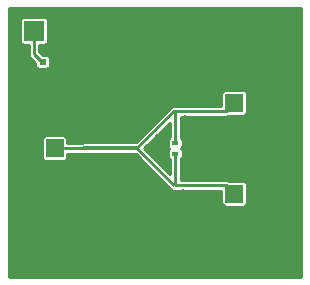
<source format=gtl>
G04 #@! TF.GenerationSoftware,KiCad,Pcbnew,(5.0.1)-4*
G04 #@! TF.CreationDate,2019-05-31T15:51:02-07:00*
G04 #@! TF.ProjectId,Fanout_circuit,46616E6F75745F636972637569742E6B,rev?*
G04 #@! TF.SameCoordinates,Original*
G04 #@! TF.FileFunction,Copper,L1,Top,Signal*
G04 #@! TF.FilePolarity,Positive*
%FSLAX46Y46*%
G04 Gerber Fmt 4.6, Leading zero omitted, Abs format (unit mm)*
G04 Created by KiCad (PCBNEW (5.0.1)-4) date 5/31/2019 3:51:02 PM*
%MOMM*%
%LPD*%
G01*
G04 APERTURE LIST*
G04 #@! TA.AperFunction,SMDPad,CuDef*
%ADD10R,0.200000X0.345000*%
G04 #@! TD*
G04 #@! TA.AperFunction,SMDPad,CuDef*
%ADD11R,0.200000X0.290000*%
G04 #@! TD*
G04 #@! TA.AperFunction,SMDPad,CuDef*
%ADD12C,0.150000*%
G04 #@! TD*
G04 #@! TA.AperFunction,Conductor*
%ADD13C,0.200000*%
G04 #@! TD*
G04 #@! TA.AperFunction,SMDPad,CuDef*
%ADD14R,1.500000X1.500000*%
G04 #@! TD*
G04 #@! TA.AperFunction,SMDPad,CuDef*
%ADD15R,1.900000X1.900000*%
G04 #@! TD*
G04 #@! TA.AperFunction,ComponentPad*
%ADD16O,1.700000X1.700000*%
G04 #@! TD*
G04 #@! TA.AperFunction,ComponentPad*
%ADD17R,1.700000X1.700000*%
G04 #@! TD*
G04 #@! TA.AperFunction,SMDPad,CuDef*
%ADD18R,0.600000X0.400000*%
G04 #@! TD*
G04 #@! TA.AperFunction,SMDPad,CuDef*
%ADD19R,0.600000X0.500000*%
G04 #@! TD*
G04 #@! TA.AperFunction,ViaPad*
%ADD20C,0.800000*%
G04 #@! TD*
G04 #@! TA.AperFunction,Conductor*
%ADD21C,0.267000*%
G04 #@! TD*
G04 #@! TA.AperFunction,Conductor*
%ADD22C,0.250000*%
G04 #@! TD*
G04 #@! TA.AperFunction,Conductor*
%ADD23C,0.254000*%
G04 #@! TD*
G04 APERTURE END LIST*
D10*
G04 #@! TO.P,J1,1*
G04 #@! TO.N,/LO*
X121510000Y-84000000D03*
D11*
X129210000Y-87138000D03*
X129210000Y-80862000D03*
D12*
X126000000Y-84000000D03*
D13*
G04 #@! TD*
G04 #@! TO.N,/LO*
G04 #@! TO.C,J1*
G36*
X129111000Y-81006500D02*
X126117500Y-84000000D01*
X129111000Y-86993500D01*
X129111000Y-87283500D01*
X126000000Y-84172500D01*
X121600000Y-84172500D01*
X121600000Y-83827500D01*
X126000000Y-83827500D01*
X129111000Y-80716500D01*
X129111000Y-81006500D01*
X129111000Y-81006500D01*
G37*
D14*
G04 #@! TO.P,CON3,1*
G04 #@! TO.N,/LO*
X134200000Y-80150000D03*
D15*
G04 #@! TO.P,CON3,2*
G04 #@! TO.N,GND*
X131825000Y-77775000D03*
X131825000Y-82525000D03*
X136575000Y-82525000D03*
X136575000Y-77775000D03*
G04 #@! TD*
D16*
G04 #@! TO.P,J3,2*
G04 #@! TO.N,GND*
X119790000Y-74050000D03*
D17*
G04 #@! TO.P,J3,1*
G04 #@! TO.N,+5V*
X117250000Y-74050000D03*
G04 #@! TD*
D15*
G04 #@! TO.P,CON2,2*
G04 #@! TO.N,GND*
X136575000Y-85475000D03*
X136575000Y-90225000D03*
X131825000Y-90225000D03*
X131825000Y-85475000D03*
D14*
G04 #@! TO.P,CON2,1*
G04 #@! TO.N,/LO*
X134200000Y-87850000D03*
G04 #@! TD*
D15*
G04 #@! TO.P,CON1,2*
G04 #@! TO.N,GND*
X121375000Y-81625000D03*
X121375000Y-86375000D03*
X116625000Y-86375000D03*
X116625000Y-81625000D03*
D14*
G04 #@! TO.P,CON1,1*
G04 #@! TO.N,/LO*
X119000000Y-84000000D03*
G04 #@! TD*
D18*
G04 #@! TO.P,R1,2*
G04 #@! TO.N,/LO*
X129200000Y-83550000D03*
G04 #@! TO.P,R1,1*
X129200000Y-84450000D03*
G04 #@! TD*
D19*
G04 #@! TO.P,C1,2*
G04 #@! TO.N,GND*
X118975000Y-76675000D03*
G04 #@! TO.P,C1,1*
G04 #@! TO.N,+5V*
X117975000Y-76675000D03*
G04 #@! TD*
D20*
G04 #@! TO.N,GND*
X118975000Y-81725000D03*
X116575000Y-84125000D03*
X119025000Y-86325000D03*
X116600000Y-88500000D03*
X119175000Y-88525000D03*
X121425000Y-88450000D03*
X124500000Y-88500000D03*
X127750000Y-90725000D03*
X124575000Y-90675000D03*
X121475000Y-90850000D03*
X118850000Y-90650000D03*
X116575000Y-90675000D03*
X116550000Y-93350000D03*
X119025000Y-93325000D03*
X122025000Y-93325000D03*
X125250000Y-93325000D03*
X128175000Y-93250000D03*
X131350000Y-93325000D03*
X134875000Y-93325000D03*
X116575000Y-79375000D03*
X118975000Y-79425000D03*
X121625000Y-79475000D03*
X121600000Y-77300000D03*
X124850000Y-77300000D03*
X124925000Y-80300000D03*
X122650000Y-73250000D03*
X123250000Y-81650000D03*
X123075000Y-83175000D03*
X124300000Y-83200000D03*
X125375000Y-83200000D03*
X126325000Y-82550000D03*
X127100000Y-81800000D03*
X127825000Y-81050000D03*
X128600000Y-80200000D03*
X129700000Y-80100000D03*
X130925000Y-80075000D03*
X132250000Y-80050000D03*
X128175000Y-77375000D03*
X134125000Y-77700000D03*
X136550000Y-75750000D03*
X134075000Y-75725000D03*
X131850000Y-75750000D03*
X134150000Y-82500000D03*
X138600000Y-82525000D03*
X138625000Y-77825000D03*
X136575000Y-80100000D03*
X138525000Y-85450000D03*
X138525000Y-87950000D03*
X138525000Y-90325000D03*
X136550000Y-87750000D03*
X134325000Y-85525000D03*
X138600000Y-80025000D03*
X138525000Y-75750000D03*
X138600000Y-73500000D03*
X135300000Y-73500000D03*
X132575000Y-73450000D03*
X123325000Y-86350000D03*
X123100000Y-84850000D03*
X124200000Y-84850000D03*
X125275000Y-84875000D03*
X126225000Y-85400000D03*
X127050000Y-86225000D03*
X127875000Y-87050000D03*
X128725000Y-87875000D03*
X129900000Y-87900000D03*
X131075000Y-87925000D03*
X132225000Y-87925000D03*
X127050000Y-84000000D03*
X127875000Y-83100000D03*
X127833015Y-84866985D03*
X130075000Y-81600000D03*
X130250000Y-84025000D03*
X130000000Y-86325000D03*
X136575000Y-92150000D03*
X138425000Y-92225000D03*
X134100000Y-90200000D03*
G04 #@! TD*
D21*
G04 #@! TO.N,GND*
X121375000Y-81625000D02*
X119075000Y-81625000D01*
X119075000Y-81625000D02*
X118975000Y-81725000D01*
X118875000Y-81625000D02*
X118975000Y-81725000D01*
X116625000Y-81625000D02*
X118875000Y-81625000D01*
X116625000Y-86375000D02*
X116625000Y-84175000D01*
X116625000Y-84175000D02*
X116575000Y-84125000D01*
X116625000Y-84075000D02*
X116575000Y-84125000D01*
X116625000Y-81625000D02*
X116625000Y-84075000D01*
X116625000Y-86375000D02*
X118975000Y-86375000D01*
X118975000Y-86375000D02*
X119025000Y-86325000D01*
X119075000Y-86375000D02*
X119025000Y-86325000D01*
X121375000Y-86375000D02*
X119075000Y-86375000D01*
X116625000Y-86375000D02*
X116625000Y-88475000D01*
X116625000Y-88475000D02*
X116600000Y-88500000D01*
X119175000Y-88525000D02*
X121350000Y-88525000D01*
X121350000Y-88525000D02*
X121425000Y-88450000D01*
X127750000Y-90725000D02*
X124625000Y-90725000D01*
X124625000Y-90725000D02*
X124575000Y-90675000D01*
X121475000Y-90850000D02*
X119050000Y-90850000D01*
X119050000Y-90850000D02*
X118850000Y-90650000D01*
X116575000Y-90675000D02*
X116575000Y-93325000D01*
X116575000Y-93325000D02*
X116550000Y-93350000D01*
X119025000Y-93325000D02*
X122025000Y-93325000D01*
X125250000Y-93325000D02*
X128100000Y-93325000D01*
X128100000Y-93325000D02*
X128175000Y-93250000D01*
X131350000Y-93325000D02*
X134875000Y-93325000D01*
X116625000Y-81625000D02*
X116625000Y-79425000D01*
X116625000Y-79425000D02*
X116575000Y-79375000D01*
X118975000Y-79425000D02*
X121575000Y-79425000D01*
X121575000Y-79425000D02*
X121625000Y-79475000D01*
X121600000Y-77300000D02*
X124850000Y-77300000D01*
X119865000Y-74125000D02*
X119790000Y-74050000D01*
X119790000Y-74050000D02*
X121850000Y-74050000D01*
X121850000Y-74050000D02*
X122650000Y-73250000D01*
X119790000Y-75252081D02*
X119790000Y-74050000D01*
X119790000Y-76427000D02*
X119790000Y-75252081D01*
X119542000Y-76675000D02*
X119790000Y-76427000D01*
X118975000Y-76675000D02*
X119542000Y-76675000D01*
D22*
X121375000Y-81625000D02*
X123225000Y-81625000D01*
X123225000Y-81625000D02*
X123250000Y-81650000D01*
X123075000Y-83175000D02*
X124275000Y-83175000D01*
X124275000Y-83175000D02*
X124300000Y-83200000D01*
X125375000Y-83200000D02*
X125675000Y-83200000D01*
X125675000Y-83200000D02*
X126325000Y-82550000D01*
X127100000Y-81800000D02*
X127100000Y-81775000D01*
X127100000Y-81775000D02*
X127825000Y-81050000D01*
X128600000Y-80200000D02*
X129600000Y-80200000D01*
X129600000Y-80200000D02*
X129700000Y-80100000D01*
X130925000Y-80075000D02*
X132225000Y-80075000D01*
X132225000Y-80075000D02*
X132250000Y-80050000D01*
X131825000Y-79625000D02*
X132250000Y-80050000D01*
X131825000Y-77775000D02*
X131825000Y-79625000D01*
X124850000Y-77300000D02*
X128100000Y-77300000D01*
X128100000Y-77300000D02*
X128175000Y-77375000D01*
X131825000Y-77775000D02*
X134050000Y-77775000D01*
X134050000Y-77775000D02*
X134125000Y-77700000D01*
X136575000Y-77775000D02*
X136575000Y-75775000D01*
X136575000Y-75775000D02*
X136550000Y-75750000D01*
X134075000Y-75725000D02*
X131875000Y-75725000D01*
X131875000Y-75725000D02*
X131850000Y-75750000D01*
X131825000Y-75775000D02*
X131850000Y-75750000D01*
X131825000Y-77775000D02*
X131825000Y-75775000D01*
X131825000Y-82525000D02*
X134125000Y-82525000D01*
X134125000Y-82525000D02*
X134150000Y-82500000D01*
X136575000Y-82525000D02*
X138600000Y-82525000D01*
X136575000Y-82525000D02*
X136575000Y-80100000D01*
X136575000Y-85475000D02*
X138500000Y-85475000D01*
X138500000Y-85475000D02*
X138525000Y-85450000D01*
X138525000Y-87950000D02*
X138525000Y-90325000D01*
X136575000Y-85475000D02*
X136575000Y-87725000D01*
X136575000Y-87725000D02*
X136550000Y-87750000D01*
X136575000Y-85475000D02*
X134375000Y-85475000D01*
X134375000Y-85475000D02*
X134325000Y-85525000D01*
X138525000Y-75750000D02*
X138525000Y-73575000D01*
X138525000Y-73575000D02*
X138600000Y-73500000D01*
X135300000Y-73500000D02*
X132625000Y-73500000D01*
X132625000Y-73500000D02*
X132575000Y-73450000D01*
X121375000Y-86375000D02*
X123300000Y-86375000D01*
X123300000Y-86375000D02*
X123325000Y-86350000D01*
X123100000Y-84850000D02*
X124200000Y-84850000D01*
X125275000Y-84875000D02*
X125700000Y-84875000D01*
X125700000Y-84875000D02*
X126225000Y-85400000D01*
X127050000Y-86225000D02*
X127875000Y-87050000D01*
X128725000Y-87875000D02*
X129875000Y-87875000D01*
X129875000Y-87875000D02*
X129900000Y-87900000D01*
X131075000Y-87925000D02*
X132225000Y-87925000D01*
X127050000Y-84000000D02*
X127050000Y-83925000D01*
X127050000Y-83925000D02*
X127875000Y-83100000D01*
X131825000Y-82525000D02*
X131000000Y-82525000D01*
X131000000Y-82525000D02*
X130075000Y-81600000D01*
X130250000Y-84025000D02*
X130250000Y-86075000D01*
X130250000Y-86075000D02*
X130000000Y-86325000D01*
X136575000Y-90225000D02*
X136575000Y-92150000D01*
X131825000Y-90225000D02*
X134075000Y-90225000D01*
X134075000Y-90225000D02*
X134100000Y-90200000D01*
D21*
G04 #@! TO.N,/LO*
X119000000Y-84000000D02*
X121510000Y-84000000D01*
X126000000Y-84000000D02*
X121510000Y-84000000D01*
X129200000Y-80872000D02*
X129210000Y-80862000D01*
X129200000Y-83550000D02*
X129200000Y-80872000D01*
X129200000Y-87128000D02*
X129210000Y-87138000D01*
X129200000Y-84450000D02*
X129200000Y-87128000D01*
X133488000Y-80862000D02*
X134200000Y-80150000D01*
X129210000Y-80862000D02*
X133488000Y-80862000D01*
X133488000Y-87138000D02*
X134200000Y-87850000D01*
X129210000Y-87138000D02*
X133488000Y-87138000D01*
G04 #@! TO.N,+5V*
X117250000Y-75167000D02*
X117250000Y-74050000D01*
X117250000Y-76000000D02*
X117250000Y-75167000D01*
X117925000Y-76675000D02*
X117250000Y-76000000D01*
X117975000Y-76675000D02*
X117925000Y-76675000D01*
G04 #@! TD*
D23*
G04 #@! TO.N,GND*
G36*
X139873000Y-94873000D02*
X115127000Y-94873000D01*
X115127000Y-83250000D01*
X117916594Y-83250000D01*
X117916594Y-84750000D01*
X117941973Y-84877589D01*
X118014246Y-84985754D01*
X118122411Y-85058027D01*
X118250000Y-85083406D01*
X119750000Y-85083406D01*
X119877589Y-85058027D01*
X119985754Y-84985754D01*
X120058027Y-84877589D01*
X120083406Y-84750000D01*
X120083406Y-84460500D01*
X121252438Y-84460500D01*
X121282411Y-84480527D01*
X121410000Y-84505906D01*
X125861898Y-84505906D01*
X128873239Y-87517247D01*
X128874246Y-87518754D01*
X128982411Y-87591027D01*
X128982769Y-87591098D01*
X128983411Y-87591527D01*
X129111000Y-87616906D01*
X129113514Y-87616406D01*
X129310000Y-87616406D01*
X129400020Y-87598500D01*
X133116594Y-87598500D01*
X133116594Y-88600000D01*
X133141973Y-88727589D01*
X133214246Y-88835754D01*
X133322411Y-88908027D01*
X133450000Y-88933406D01*
X134950000Y-88933406D01*
X135077589Y-88908027D01*
X135185754Y-88835754D01*
X135258027Y-88727589D01*
X135283406Y-88600000D01*
X135283406Y-87100000D01*
X135258027Y-86972411D01*
X135185754Y-86864246D01*
X135077589Y-86791973D01*
X134950000Y-86766594D01*
X133761028Y-86766594D01*
X133667678Y-86704219D01*
X133533352Y-86677500D01*
X133533348Y-86677500D01*
X133488000Y-86668480D01*
X133442652Y-86677500D01*
X129660500Y-86677500D01*
X129660500Y-84936037D01*
X129735754Y-84885754D01*
X129808027Y-84777589D01*
X129833406Y-84650000D01*
X129833406Y-84250000D01*
X129808027Y-84122411D01*
X129735754Y-84014246D01*
X129714433Y-84000000D01*
X129735754Y-83985754D01*
X129808027Y-83877589D01*
X129833406Y-83750000D01*
X129833406Y-83350000D01*
X129808027Y-83222411D01*
X129735754Y-83114246D01*
X129660500Y-83063963D01*
X129660500Y-81322500D01*
X133442652Y-81322500D01*
X133488000Y-81331520D01*
X133533348Y-81322500D01*
X133533352Y-81322500D01*
X133667678Y-81295781D01*
X133761028Y-81233406D01*
X134950000Y-81233406D01*
X135077589Y-81208027D01*
X135185754Y-81135754D01*
X135258027Y-81027589D01*
X135283406Y-80900000D01*
X135283406Y-79400000D01*
X135258027Y-79272411D01*
X135185754Y-79164246D01*
X135077589Y-79091973D01*
X134950000Y-79066594D01*
X133450000Y-79066594D01*
X133322411Y-79091973D01*
X133214246Y-79164246D01*
X133141973Y-79272411D01*
X133116594Y-79400000D01*
X133116594Y-80401500D01*
X129400020Y-80401500D01*
X129310000Y-80383594D01*
X129113514Y-80383594D01*
X129111000Y-80383094D01*
X128983411Y-80408473D01*
X128982769Y-80408902D01*
X128982411Y-80408973D01*
X128874246Y-80481246D01*
X128873239Y-80482753D01*
X125861898Y-83494094D01*
X121410000Y-83494094D01*
X121282411Y-83519473D01*
X121252438Y-83539500D01*
X120083406Y-83539500D01*
X120083406Y-83250000D01*
X120058027Y-83122411D01*
X119985754Y-83014246D01*
X119877589Y-82941973D01*
X119750000Y-82916594D01*
X118250000Y-82916594D01*
X118122411Y-82941973D01*
X118014246Y-83014246D01*
X117941973Y-83122411D01*
X117916594Y-83250000D01*
X115127000Y-83250000D01*
X115127000Y-73200000D01*
X116066594Y-73200000D01*
X116066594Y-74900000D01*
X116091973Y-75027589D01*
X116164246Y-75135754D01*
X116272411Y-75208027D01*
X116400000Y-75233406D01*
X116789501Y-75233406D01*
X116789500Y-75954652D01*
X116780480Y-76000000D01*
X116789500Y-76045348D01*
X116789500Y-76045351D01*
X116816219Y-76179677D01*
X116917999Y-76332001D01*
X116956448Y-76357692D01*
X117341594Y-76742839D01*
X117341594Y-76925000D01*
X117366973Y-77052589D01*
X117439246Y-77160754D01*
X117547411Y-77233027D01*
X117675000Y-77258406D01*
X118275000Y-77258406D01*
X118402589Y-77233027D01*
X118510754Y-77160754D01*
X118583027Y-77052589D01*
X118608406Y-76925000D01*
X118608406Y-76425000D01*
X118583027Y-76297411D01*
X118510754Y-76189246D01*
X118402589Y-76116973D01*
X118275000Y-76091594D01*
X117992839Y-76091594D01*
X117710500Y-75809256D01*
X117710500Y-75233406D01*
X118100000Y-75233406D01*
X118227589Y-75208027D01*
X118335754Y-75135754D01*
X118408027Y-75027589D01*
X118433406Y-74900000D01*
X118433406Y-73200000D01*
X118408027Y-73072411D01*
X118335754Y-72964246D01*
X118227589Y-72891973D01*
X118100000Y-72866594D01*
X116400000Y-72866594D01*
X116272411Y-72891973D01*
X116164246Y-72964246D01*
X116091973Y-73072411D01*
X116066594Y-73200000D01*
X115127000Y-73200000D01*
X115127000Y-72127000D01*
X139873000Y-72127000D01*
X139873000Y-94873000D01*
X139873000Y-94873000D01*
G37*
X139873000Y-94873000D02*
X115127000Y-94873000D01*
X115127000Y-83250000D01*
X117916594Y-83250000D01*
X117916594Y-84750000D01*
X117941973Y-84877589D01*
X118014246Y-84985754D01*
X118122411Y-85058027D01*
X118250000Y-85083406D01*
X119750000Y-85083406D01*
X119877589Y-85058027D01*
X119985754Y-84985754D01*
X120058027Y-84877589D01*
X120083406Y-84750000D01*
X120083406Y-84460500D01*
X121252438Y-84460500D01*
X121282411Y-84480527D01*
X121410000Y-84505906D01*
X125861898Y-84505906D01*
X128873239Y-87517247D01*
X128874246Y-87518754D01*
X128982411Y-87591027D01*
X128982769Y-87591098D01*
X128983411Y-87591527D01*
X129111000Y-87616906D01*
X129113514Y-87616406D01*
X129310000Y-87616406D01*
X129400020Y-87598500D01*
X133116594Y-87598500D01*
X133116594Y-88600000D01*
X133141973Y-88727589D01*
X133214246Y-88835754D01*
X133322411Y-88908027D01*
X133450000Y-88933406D01*
X134950000Y-88933406D01*
X135077589Y-88908027D01*
X135185754Y-88835754D01*
X135258027Y-88727589D01*
X135283406Y-88600000D01*
X135283406Y-87100000D01*
X135258027Y-86972411D01*
X135185754Y-86864246D01*
X135077589Y-86791973D01*
X134950000Y-86766594D01*
X133761028Y-86766594D01*
X133667678Y-86704219D01*
X133533352Y-86677500D01*
X133533348Y-86677500D01*
X133488000Y-86668480D01*
X133442652Y-86677500D01*
X129660500Y-86677500D01*
X129660500Y-84936037D01*
X129735754Y-84885754D01*
X129808027Y-84777589D01*
X129833406Y-84650000D01*
X129833406Y-84250000D01*
X129808027Y-84122411D01*
X129735754Y-84014246D01*
X129714433Y-84000000D01*
X129735754Y-83985754D01*
X129808027Y-83877589D01*
X129833406Y-83750000D01*
X129833406Y-83350000D01*
X129808027Y-83222411D01*
X129735754Y-83114246D01*
X129660500Y-83063963D01*
X129660500Y-81322500D01*
X133442652Y-81322500D01*
X133488000Y-81331520D01*
X133533348Y-81322500D01*
X133533352Y-81322500D01*
X133667678Y-81295781D01*
X133761028Y-81233406D01*
X134950000Y-81233406D01*
X135077589Y-81208027D01*
X135185754Y-81135754D01*
X135258027Y-81027589D01*
X135283406Y-80900000D01*
X135283406Y-79400000D01*
X135258027Y-79272411D01*
X135185754Y-79164246D01*
X135077589Y-79091973D01*
X134950000Y-79066594D01*
X133450000Y-79066594D01*
X133322411Y-79091973D01*
X133214246Y-79164246D01*
X133141973Y-79272411D01*
X133116594Y-79400000D01*
X133116594Y-80401500D01*
X129400020Y-80401500D01*
X129310000Y-80383594D01*
X129113514Y-80383594D01*
X129111000Y-80383094D01*
X128983411Y-80408473D01*
X128982769Y-80408902D01*
X128982411Y-80408973D01*
X128874246Y-80481246D01*
X128873239Y-80482753D01*
X125861898Y-83494094D01*
X121410000Y-83494094D01*
X121282411Y-83519473D01*
X121252438Y-83539500D01*
X120083406Y-83539500D01*
X120083406Y-83250000D01*
X120058027Y-83122411D01*
X119985754Y-83014246D01*
X119877589Y-82941973D01*
X119750000Y-82916594D01*
X118250000Y-82916594D01*
X118122411Y-82941973D01*
X118014246Y-83014246D01*
X117941973Y-83122411D01*
X117916594Y-83250000D01*
X115127000Y-83250000D01*
X115127000Y-73200000D01*
X116066594Y-73200000D01*
X116066594Y-74900000D01*
X116091973Y-75027589D01*
X116164246Y-75135754D01*
X116272411Y-75208027D01*
X116400000Y-75233406D01*
X116789501Y-75233406D01*
X116789500Y-75954652D01*
X116780480Y-76000000D01*
X116789500Y-76045348D01*
X116789500Y-76045351D01*
X116816219Y-76179677D01*
X116917999Y-76332001D01*
X116956448Y-76357692D01*
X117341594Y-76742839D01*
X117341594Y-76925000D01*
X117366973Y-77052589D01*
X117439246Y-77160754D01*
X117547411Y-77233027D01*
X117675000Y-77258406D01*
X118275000Y-77258406D01*
X118402589Y-77233027D01*
X118510754Y-77160754D01*
X118583027Y-77052589D01*
X118608406Y-76925000D01*
X118608406Y-76425000D01*
X118583027Y-76297411D01*
X118510754Y-76189246D01*
X118402589Y-76116973D01*
X118275000Y-76091594D01*
X117992839Y-76091594D01*
X117710500Y-75809256D01*
X117710500Y-75233406D01*
X118100000Y-75233406D01*
X118227589Y-75208027D01*
X118335754Y-75135754D01*
X118408027Y-75027589D01*
X118433406Y-74900000D01*
X118433406Y-73200000D01*
X118408027Y-73072411D01*
X118335754Y-72964246D01*
X118227589Y-72891973D01*
X118100000Y-72866594D01*
X116400000Y-72866594D01*
X116272411Y-72891973D01*
X116164246Y-72964246D01*
X116091973Y-73072411D01*
X116066594Y-73200000D01*
X115127000Y-73200000D01*
X115127000Y-72127000D01*
X139873000Y-72127000D01*
X139873000Y-94873000D01*
G36*
X128739500Y-83063963D02*
X128664246Y-83114246D01*
X128591973Y-83222411D01*
X128566594Y-83350000D01*
X128566594Y-83750000D01*
X128591973Y-83877589D01*
X128664246Y-83985754D01*
X128685567Y-84000000D01*
X128664246Y-84014246D01*
X128591973Y-84122411D01*
X128566594Y-84250000D01*
X128566594Y-84650000D01*
X128591973Y-84777589D01*
X128664246Y-84885754D01*
X128739500Y-84936037D01*
X128739501Y-86150493D01*
X126589008Y-84000000D01*
X128739501Y-81849507D01*
X128739500Y-83063963D01*
X128739500Y-83063963D01*
G37*
X128739500Y-83063963D02*
X128664246Y-83114246D01*
X128591973Y-83222411D01*
X128566594Y-83350000D01*
X128566594Y-83750000D01*
X128591973Y-83877589D01*
X128664246Y-83985754D01*
X128685567Y-84000000D01*
X128664246Y-84014246D01*
X128591973Y-84122411D01*
X128566594Y-84250000D01*
X128566594Y-84650000D01*
X128591973Y-84777589D01*
X128664246Y-84885754D01*
X128739500Y-84936037D01*
X128739501Y-86150493D01*
X126589008Y-84000000D01*
X128739501Y-81849507D01*
X128739500Y-83063963D01*
G04 #@! TD*
M02*

</source>
